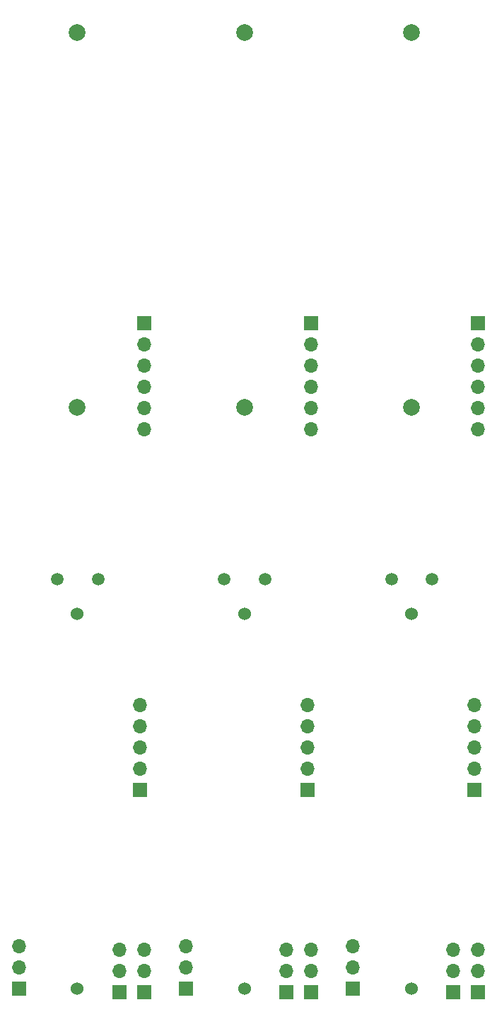
<source format=gbr>
G04 #@! TF.FileFunction,Soldermask,Bot*
%FSLAX46Y46*%
G04 Gerber Fmt 4.6, Leading zero omitted, Abs format (unit mm)*
G04 Created by KiCad (PCBNEW 4.0.0-rc2-stable) date 2017/04/01 15:23:39*
%MOMM*%
G01*
G04 APERTURE LIST*
%ADD10C,0.100000*%
%ADD11C,1.524000*%
%ADD12R,1.700000X1.700000*%
%ADD13O,1.700000X1.700000*%
%ADD14C,2.000000*%
%ADD15C,1.500000*%
G04 APERTURE END LIST*
D10*
D11*
X225000000Y-132000000D03*
X225000000Y-87200000D03*
D12*
X233000000Y-132500000D03*
D13*
X233000000Y-129960000D03*
X233000000Y-127420000D03*
D14*
X225000000Y-62400000D03*
X225000000Y-17600000D03*
D15*
X227500000Y-83000000D03*
X222600000Y-83000000D03*
D12*
X230000000Y-132500000D03*
D13*
X230000000Y-129960000D03*
X230000000Y-127420000D03*
D12*
X218000000Y-132000000D03*
D13*
X218000000Y-129460000D03*
X218000000Y-126920000D03*
D12*
X232532000Y-108204000D03*
D13*
X232532000Y-105664000D03*
X232532000Y-103124000D03*
X232532000Y-100584000D03*
X232532000Y-98044000D03*
D12*
X233000000Y-52380000D03*
D13*
X233000000Y-54920000D03*
X233000000Y-57460000D03*
X233000000Y-60000000D03*
X233000000Y-62540000D03*
X233000000Y-65080000D03*
D14*
X205000000Y-62400000D03*
X205000000Y-17600000D03*
D11*
X205000000Y-132000000D03*
X205000000Y-87200000D03*
D12*
X213000000Y-132500000D03*
D13*
X213000000Y-129960000D03*
X213000000Y-127420000D03*
D12*
X213000000Y-52380000D03*
D13*
X213000000Y-54920000D03*
X213000000Y-57460000D03*
X213000000Y-60000000D03*
X213000000Y-62540000D03*
X213000000Y-65080000D03*
D15*
X207500000Y-83000000D03*
X202600000Y-83000000D03*
D12*
X198000000Y-132000000D03*
D13*
X198000000Y-129460000D03*
X198000000Y-126920000D03*
D12*
X212532000Y-108204000D03*
D13*
X212532000Y-105664000D03*
X212532000Y-103124000D03*
X212532000Y-100584000D03*
X212532000Y-98044000D03*
D12*
X210000000Y-132500000D03*
D13*
X210000000Y-129960000D03*
X210000000Y-127420000D03*
D12*
X192532000Y-108204000D03*
D13*
X192532000Y-105664000D03*
X192532000Y-103124000D03*
X192532000Y-100584000D03*
X192532000Y-98044000D03*
D12*
X193000000Y-132500000D03*
D13*
X193000000Y-129960000D03*
X193000000Y-127420000D03*
D14*
X185000000Y-62400000D03*
X185000000Y-17600000D03*
D12*
X190000000Y-132500000D03*
D13*
X190000000Y-129960000D03*
X190000000Y-127420000D03*
D12*
X178000000Y-132000000D03*
D13*
X178000000Y-129460000D03*
X178000000Y-126920000D03*
D15*
X187500000Y-83000000D03*
X182600000Y-83000000D03*
D12*
X193000000Y-52380000D03*
D13*
X193000000Y-54920000D03*
X193000000Y-57460000D03*
X193000000Y-60000000D03*
X193000000Y-62540000D03*
X193000000Y-65080000D03*
D11*
X185000000Y-132000000D03*
X185000000Y-87200000D03*
M02*

</source>
